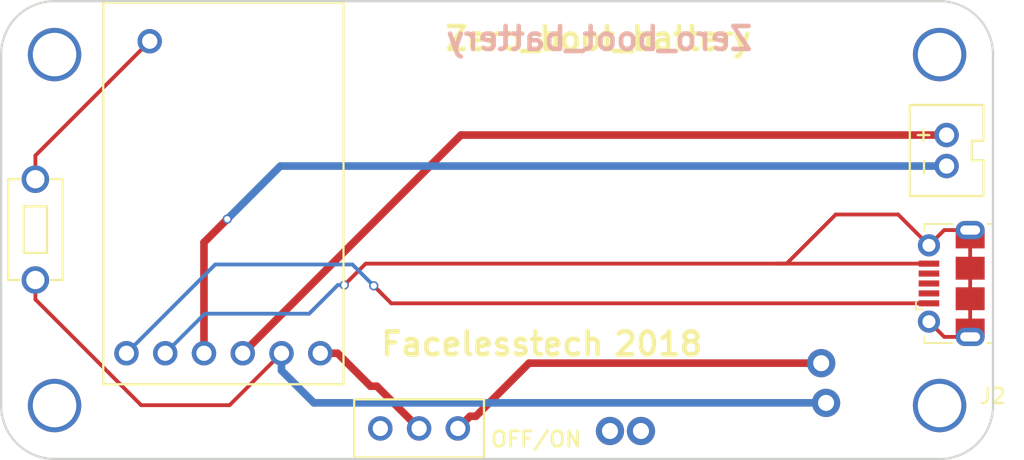
<source format=kicad_pcb>
(kicad_pcb (version 20171130) (host pcbnew 5.0.0+dfsg1-2~bpo9+1)

  (general
    (thickness 1.6)
    (drawings 13)
    (tracks 50)
    (zones 0)
    (modules 10)
    (nets 15)
  )

  (page A4)
  (layers
    (0 F.Cu signal)
    (31 B.Cu signal)
    (32 B.Adhes user)
    (33 F.Adhes user)
    (34 B.Paste user)
    (35 F.Paste user)
    (36 B.SilkS user)
    (37 F.SilkS user)
    (38 B.Mask user)
    (39 F.Mask user)
    (40 Dwgs.User user)
    (41 Cmts.User user)
    (42 Eco1.User user)
    (43 Eco2.User user)
    (44 Edge.Cuts user)
    (45 Margin user)
    (46 B.CrtYd user)
    (47 F.CrtYd user)
    (48 B.Fab user)
    (49 F.Fab user)
  )

  (setup
    (last_trace_width 0.25)
    (user_trace_width 0.5)
    (trace_clearance 0.2)
    (zone_clearance 0.508)
    (zone_45_only no)
    (trace_min 0.2)
    (segment_width 0.2)
    (edge_width 0.15)
    (via_size 0.6)
    (via_drill 0.4)
    (via_min_size 0.4)
    (via_min_drill 0.3)
    (uvia_size 0.3)
    (uvia_drill 0.1)
    (uvias_allowed no)
    (uvia_min_size 0.2)
    (uvia_min_drill 0.1)
    (pcb_text_width 0.3)
    (pcb_text_size 1.5 1.5)
    (mod_edge_width 0.15)
    (mod_text_size 1 1)
    (mod_text_width 0.15)
    (pad_size 1.524 1.524)
    (pad_drill 0.762)
    (pad_to_mask_clearance 0.2)
    (aux_axis_origin 0 0)
    (visible_elements FFFFFF7F)
    (pcbplotparams
      (layerselection 0x010f0_ffffffff)
      (usegerberextensions false)
      (usegerberattributes false)
      (usegerberadvancedattributes false)
      (creategerberjobfile false)
      (excludeedgelayer true)
      (linewidth 0.100000)
      (plotframeref false)
      (viasonmask false)
      (mode 1)
      (useauxorigin false)
      (hpglpennumber 1)
      (hpglpenspeed 20)
      (hpglpendiameter 15.000000)
      (psnegative false)
      (psa4output false)
      (plotreference true)
      (plotvalue true)
      (plotinvisibletext false)
      (padsonsilk false)
      (subtractmaskfromsilk false)
      (outputformat 1)
      (mirror false)
      (drillshape 0)
      (scaleselection 1)
      (outputdirectory "gerbers/"))
  )

  (net 0 "")
  (net 1 "Net-(J1-Pad2)")
  (net 2 "Net-(J1-Pad1)")
  (net 3 "Net-(J1-Pad5)")
  (net 4 "Net-(J1-Pad4)")
  (net 5 "Net-(J1-Pad3)")
  (net 6 "Net-(SW1-Pad2)")
  (net 7 "Net-(SW1-Pad3)")
  (net 8 "Net-(J2-Pad1)")
  (net 9 "Net-(J2-Pad4)")
  (net 10 "Net-(SW2-Pad2)")
  (net 11 "Net-(J2-Pad3)")
  (net 12 "Net-(J2-Pad2)")
  (net 13 "Net-(U1-Pad3)")
  (net 14 "Net-(U1-Pad4)")

  (net_class Default "This is the default net class."
    (clearance 0.2)
    (trace_width 0.25)
    (via_dia 0.6)
    (via_drill 0.4)
    (uvia_dia 0.3)
    (uvia_drill 0.1)
    (add_net "Net-(J1-Pad1)")
    (add_net "Net-(J1-Pad2)")
    (add_net "Net-(J1-Pad3)")
    (add_net "Net-(J1-Pad4)")
    (add_net "Net-(J1-Pad5)")
    (add_net "Net-(J2-Pad1)")
    (add_net "Net-(J2-Pad2)")
    (add_net "Net-(J2-Pad3)")
    (add_net "Net-(J2-Pad4)")
    (add_net "Net-(SW1-Pad2)")
    (add_net "Net-(SW1-Pad3)")
    (add_net "Net-(SW2-Pad2)")
    (add_net "Net-(U1-Pad3)")
    (add_net "Net-(U1-Pad4)")
  )

  (net_class VCC ""
    (clearance 0.2)
    (trace_width 0.5)
    (via_dia 0.6)
    (via_drill 0.4)
    (uvia_dia 0.3)
    (uvia_drill 0.1)
  )

  (module battery_connector_custom:jst_2pin_custom (layer F.Cu) (tedit 5BB5C391) (tstamp 5BC20586)
    (at 183.1594 91.3892 90)
    (path /5BB5CD4B)
    (fp_text reference U2 (at 0 3.429 90) (layer F.SilkS) hide
      (effects (font (size 1 1) (thickness 0.15)))
    )
    (fp_text value battery_custom (at 0 -3.4925 90) (layer F.Fab) hide
      (effects (font (size 1 1) (thickness 0.15)))
    )
    (fp_line (start -2.9845 0) (end -2.9845 -2.413) (layer F.SilkS) (width 0.15))
    (fp_line (start -2.9845 -2.413) (end 2.9845 -2.413) (layer F.SilkS) (width 0.15))
    (fp_line (start 2.9845 -2.413) (end 2.9845 2.413) (layer F.SilkS) (width 0.15))
    (fp_line (start -2.9845 2.413) (end -2.9845 0) (layer F.SilkS) (width 0.15))
    (fp_text user + (at 1.016 -1.5875 90) (layer F.SilkS)
      (effects (font (size 1 1) (thickness 0.15)))
    )
    (fp_line (start -0.635 2.413) (end -0.635 1.651) (layer F.SilkS) (width 0.15))
    (fp_line (start -0.635 1.651) (end 0.635 1.651) (layer F.SilkS) (width 0.15))
    (fp_line (start 0.635 1.651) (end 0.635 2.413) (layer F.SilkS) (width 0.15))
    (fp_line (start 2.9845 2.413) (end 0.635 2.413) (layer F.SilkS) (width 0.15))
    (fp_line (start -0.635 2.413) (end -2.9845 2.413) (layer F.SilkS) (width 0.15))
    (fp_text user _ (at -1.0795 -2.032 90) (layer F.SilkS)
      (effects (font (size 1 1) (thickness 0.15)))
    )
    (pad 1 thru_hole circle (at -1.016 0 90) (size 1.6 1.6) (drill 1) (layers *.Cu *.Mask)
      (net 13 "Net-(U1-Pad3)"))
    (pad 2 thru_hole circle (at 1.016 0 90) (size 1.6 1.6) (drill 1) (layers *.Cu *.Mask)
      (net 14 "Net-(U1-Pad4)"))
  )

  (module buttons_custom:3_pin_switch_custom (layer F.Cu) (tedit 5BB5C075) (tstamp 5B968277)
    (at 148.59 109.601 180)
    (path /5B967B75)
    (fp_text reference SW1 (at 0 3.683 180) (layer F.SilkS) hide
      (effects (font (size 1 1) (thickness 0.15)))
    )
    (fp_text value SWITCH_INV (at 0 -3.4925 180) (layer F.Fab) hide
      (effects (font (size 1 1) (thickness 0.15)))
    )
    (fp_line (start -4.2545 -1.905) (end -4.2545 1.905) (layer F.SilkS) (width 0.15))
    (fp_line (start -4.2545 1.905) (end 4.2545 1.905) (layer F.SilkS) (width 0.15))
    (fp_line (start 4.2545 1.905) (end 4.2545 -1.905) (layer F.SilkS) (width 0.15))
    (fp_line (start 4.2545 -1.905) (end -4.2545 -1.905) (layer F.SilkS) (width 0.15))
    (pad 1 thru_hole circle (at -2.54 0 180) (size 1.6 1.6) (drill 1) (layers *.Cu *.Mask)
      (net 8 "Net-(J2-Pad1)"))
    (pad 2 thru_hole circle (at 0 0 180) (size 1.6 1.6) (drill 1) (layers *.Cu *.Mask)
      (net 6 "Net-(SW1-Pad2)"))
    (pad 3 thru_hole circle (at 2.54 0 180) (size 1.6 1.6) (drill 1) (layers *.Cu *.Mask)
      (net 7 "Net-(SW1-Pad3)"))
  )

  (module raspberry_pi_mount_hole_m2:raspberry_pi_mount_hole_m2.5 (layer F.Cu) (tedit 5A886229) (tstamp 5A8BB234)
    (at 124.7 85.1)
    (fp_text reference REF** (at 0 5.08) (layer F.SilkS) hide
      (effects (font (size 1 1) (thickness 0.15)))
    )
    (fp_text value raspberry_pi_mount_hole_m2.5 (at 0 -4.064) (layer F.Fab) hide
      (effects (font (size 1 1) (thickness 0.15)))
    )
    (pad 1 thru_hole circle (at 0 0) (size 3.5 3.5) (drill 2.85) (layers *.Cu *.Mask))
  )

  (module raspberry_pi_mount_hole_m2:raspberry_pi_mount_hole_m2.5 (layer F.Cu) (tedit 5A8861E3) (tstamp 5A8BB247)
    (at 124.7 108.1)
    (fp_text reference REF** (at 0 5.08) (layer F.SilkS) hide
      (effects (font (size 1 1) (thickness 0.15)))
    )
    (fp_text value raspberry_pi_mount_hole_m2.5 (at 0 -4.064) (layer F.Fab) hide
      (effects (font (size 1 1) (thickness 0.15)))
    )
    (pad 1 thru_hole circle (at 0 0) (size 3.5 3.5) (drill 2.85) (layers *.Cu *.Mask))
  )

  (module raspberry_pi_mount_hole_m2:raspberry_pi_mount_hole_m2.5 (layer F.Cu) (tedit 5A886212) (tstamp 5A8BB250)
    (at 182.7 108.1)
    (fp_text reference REF** (at 0 5.08) (layer F.SilkS) hide
      (effects (font (size 1 1) (thickness 0.15)))
    )
    (fp_text value raspberry_pi_mount_hole_m2.5 (at 0 -4.064) (layer F.Fab) hide
      (effects (font (size 1 1) (thickness 0.15)))
    )
    (pad 1 thru_hole circle (at 0 0) (size 3.5 3.5) (drill 2.85) (layers *.Cu *.Mask))
  )

  (module raspberry_pi_mount_hole_m2:raspberry_pi_mount_hole_m2.5 (layer F.Cu) (tedit 5A88621D) (tstamp 5A8BB259)
    (at 182.7 85.1)
    (fp_text reference REF** (at 0 5.08) (layer F.SilkS) hide
      (effects (font (size 1 1) (thickness 0.15)))
    )
    (fp_text value raspberry_pi_mount_hole_m2.5 (at 0 -4.064) (layer F.Fab) hide
      (effects (font (size 1 1) (thickness 0.15)))
    )
    (pad 1 thru_hole circle (at 0 0) (size 3.5 3.5) (drill 2.85) (layers *.Cu *.Mask))
  )

  (module Connectors_USB:USB_Micro-B_Molex-105017-0001 (layer F.Cu) (tedit 5BB5C0A0) (tstamp 5BC3048C)
    (at 184.3532 100.1014 90)
    (descr http://www.molex.com/pdm_docs/sd/1050170001_sd.pdf)
    (tags "Micro-USB SMD Typ-B")
    (path /5B924AAB)
    (attr smd)
    (fp_text reference J1 (at 0 -4 90) (layer F.SilkS) hide
      (effects (font (size 1 1) (thickness 0.15)))
    )
    (fp_text value USB_B_Micro (at 0.3 3.45 90) (layer F.Fab) hide
      (effects (font (size 1 1) (thickness 0.15)))
    )
    (fp_line (start -4.4 2.75) (end 4.4 2.75) (layer F.CrtYd) (width 0.05))
    (fp_line (start 4.4 -3.35) (end 4.4 2.75) (layer F.CrtYd) (width 0.05))
    (fp_line (start -4.4 -3.35) (end 4.4 -3.35) (layer F.CrtYd) (width 0.05))
    (fp_line (start -4.4 2.75) (end -4.4 -3.35) (layer F.CrtYd) (width 0.05))
    (fp_text user "PCB Edge" (at 0 1.8 90) (layer Dwgs.User)
      (effects (font (size 0.5 0.5) (thickness 0.08)))
    )
    (fp_line (start -3.9 -2.65) (end -3.45 -2.65) (layer F.SilkS) (width 0.12))
    (fp_line (start -3.9 -0.8) (end -3.9 -2.65) (layer F.SilkS) (width 0.12))
    (fp_line (start 3.9 1.75) (end 3.9 1.5) (layer F.SilkS) (width 0.12))
    (fp_line (start 3.75 2.5) (end 3.75 -2.5) (layer F.Fab) (width 0.1))
    (fp_line (start -3 1.801704) (end 3 1.801704) (layer F.Fab) (width 0.1))
    (fp_line (start -3.75 2.501704) (end 3.75 2.501704) (layer F.Fab) (width 0.1))
    (fp_line (start -3.75 -2.5) (end 3.75 -2.5) (layer F.Fab) (width 0.1))
    (fp_line (start -3.75 2.5) (end -3.75 -2.5) (layer F.Fab) (width 0.1))
    (fp_line (start -3.9 1.75) (end -3.9 1.5) (layer F.SilkS) (width 0.12))
    (fp_line (start 3.9 -0.8) (end 3.9 -2.65) (layer F.SilkS) (width 0.12))
    (fp_line (start 3.9 -2.65) (end 3.45 -2.65) (layer F.SilkS) (width 0.12))
    (fp_text user %R (at 0 0 90) (layer F.Fab)
      (effects (font (size 1 1) (thickness 0.15)))
    )
    (fp_line (start -1.7 -3.2) (end -1.25 -3.2) (layer F.SilkS) (width 0.12))
    (fp_line (start -1.7 -3.2) (end -1.7 -2.75) (layer F.SilkS) (width 0.12))
    (fp_line (start -1.3 -2.6) (end -1.5 -2.8) (layer F.Fab) (width 0.1))
    (fp_line (start -1.1 -2.8) (end -1.3 -2.6) (layer F.Fab) (width 0.1))
    (fp_line (start -1.5 -3.01) (end -1.1 -3.01) (layer F.Fab) (width 0.1))
    (fp_line (start -1.5 -3.01) (end -1.5 -2.8) (layer F.Fab) (width 0.1))
    (fp_line (start -1.1 -3.01) (end -1.1 -2.8) (layer F.Fab) (width 0.1))
    (pad 6 smd rect (at 1 0.35 90) (size 1.5 1.9) (layers F.Cu F.Paste F.Mask)
      (net 3 "Net-(J1-Pad5)"))
    (pad 6 thru_hole circle (at -2.5 -2.35 90) (size 1.45 1.45) (drill 0.85) (layers *.Cu *.Mask)
      (net 3 "Net-(J1-Pad5)"))
    (pad 2 smd rect (at -0.65 -2.35 90) (size 0.4 1.35) (layers F.Cu F.Paste F.Mask)
      (net 1 "Net-(J1-Pad2)"))
    (pad 1 smd rect (at -1.3 -2.35 90) (size 0.4 1.35) (layers F.Cu F.Paste F.Mask)
      (net 2 "Net-(J1-Pad1)"))
    (pad 5 smd rect (at 1.3 -2.35 90) (size 0.4 1.35) (layers F.Cu F.Paste F.Mask)
      (net 3 "Net-(J1-Pad5)"))
    (pad 4 smd rect (at 0.65 -2.35 90) (size 0.4 1.35) (layers F.Cu F.Paste F.Mask)
      (net 4 "Net-(J1-Pad4)"))
    (pad 3 smd rect (at 0 -2.35 90) (size 0.4 1.35) (layers F.Cu F.Paste F.Mask)
      (net 5 "Net-(J1-Pad3)"))
    (pad 6 thru_hole circle (at 2.5 -2.35 90) (size 1.45 1.45) (drill 0.85) (layers *.Cu *.Mask)
      (net 3 "Net-(J1-Pad5)"))
    (pad 6 smd rect (at -1 0.35 90) (size 1.5 1.9) (layers F.Cu F.Paste F.Mask)
      (net 3 "Net-(J1-Pad5)"))
    (pad 6 thru_hole oval (at -3.5 0.35 270) (size 1.2 1.9) (drill oval 0.6 1.3) (layers *.Cu *.Mask)
      (net 3 "Net-(J1-Pad5)"))
    (pad 6 thru_hole oval (at 3.5 0.35 90) (size 1.2 1.9) (drill oval 0.6 1.3) (layers *.Cu *.Mask)
      (net 3 "Net-(J1-Pad5)"))
    (pad 6 smd rect (at 2.9 0.35 90) (size 1.2 1.9) (layers F.Cu F.Mask)
      (net 3 "Net-(J1-Pad5)"))
    (pad 6 smd rect (at -2.9 0.35 90) (size 1.2 1.9) (layers F.Cu F.Mask)
      (net 3 "Net-(J1-Pad5)"))
    (model ${KISYS3DMOD}/Connectors_USB.3dshapes/USB_Micro-B_Molex-105017-0001.wrl
      (at (xyz 0 0 0))
      (scale (xyz 1 1 1))
      (rotate (xyz 0 0 0))
    )
  )

  (module buttons_custom:small_button_2pin_custom (layer F.Cu) (tedit 5BB5C063) (tstamp 5BB5BFD4)
    (at 123.444 96.5708 270)
    (path /5BAA9238)
    (fp_text reference SW2 (at -0.254 4.064 270) (layer F.SilkS) hide
      (effects (font (size 1 1) (thickness 0.15)))
    )
    (fp_text value SW_Push (at 0 -3.302 270) (layer F.Fab) hide
      (effects (font (size 1 1) (thickness 0.15) italic))
    )
    (fp_line (start -1.524 -0.762) (end -1.524 0.762) (layer F.SilkS) (width 0.15))
    (fp_line (start -1.524 0.762) (end 1.524 0.762) (layer F.SilkS) (width 0.15))
    (fp_line (start 1.524 0.762) (end 1.524 -0.762) (layer F.SilkS) (width 0.15))
    (fp_line (start 1.524 -0.762) (end -1.524 -0.762) (layer F.SilkS) (width 0.15))
    (fp_line (start -3.302 1.016) (end -3.302 1.778) (layer F.SilkS) (width 0.15))
    (fp_line (start -3.302 1.778) (end 3.302 1.778) (layer F.SilkS) (width 0.15))
    (fp_line (start 3.302 1.778) (end 3.302 1.016) (layer F.SilkS) (width 0.15))
    (fp_line (start -3.302 -1.778) (end -3.302 -1.016) (layer F.SilkS) (width 0.15))
    (fp_line (start -3.302 -1.778) (end 3.302 -1.778) (layer F.SilkS) (width 0.15))
    (fp_line (start 3.302 -1.778) (end 3.302 -1.016) (layer F.SilkS) (width 0.15))
    (pad 1 thru_hole circle (at 3.302 0 270) (size 1.8 1.8) (drill 1.2) (layers *.Cu *.Mask)
      (net 9 "Net-(J2-Pad4)"))
    (pad 2 thru_hole circle (at -3.302 0 270) (size 1.8 1.8) (drill 1.2) (layers *.Cu *.Mask)
      (net 10 "Net-(SW2-Pad2)"))
  )

  (module power_bank_boards:power_bank_black (layer F.Cu) (tedit 5BB5C070) (tstamp 5BB526A8)
    (at 135.763 104.6734)
    (path /5BB48CD2)
    (fp_text reference U1 (at 0 -6.223) (layer F.SilkS) hide
      (effects (font (size 1 1) (thickness 0.15)))
    )
    (fp_text value power_bank_black (at 0 -7.493) (layer F.Fab) hide
      (effects (font (size 1 1) (thickness 0.15)))
    )
    (fp_line (start 0 2.032) (end 7.874 2.032) (layer F.SilkS) (width 0.15))
    (fp_line (start 7.874 2.032) (end 7.874 -22.987) (layer F.SilkS) (width 0.15))
    (fp_line (start 7.874 -22.987) (end -7.874 -22.987) (layer F.SilkS) (width 0.15))
    (fp_line (start -7.874 -22.987) (end -7.874 2.032) (layer F.SilkS) (width 0.15))
    (fp_line (start -7.874 2.032) (end 0 2.032) (layer F.SilkS) (width 0.15))
    (pad 1 thru_hole circle (at -6.35 0) (size 1.6 1.6) (drill 1) (layers *.Cu *.Mask)
      (net 2 "Net-(J1-Pad1)"))
    (pad 2 thru_hole circle (at -3.81 0) (size 1.6 1.6) (drill 1) (layers *.Cu *.Mask)
      (net 3 "Net-(J1-Pad5)"))
    (pad 3 thru_hole circle (at -1.27 0) (size 1.6 1.6) (drill 1) (layers *.Cu *.Mask)
      (net 13 "Net-(U1-Pad3)"))
    (pad 4 thru_hole circle (at 1.27 0) (size 1.6 1.6) (drill 1) (layers *.Cu *.Mask)
      (net 14 "Net-(U1-Pad4)"))
    (pad 5 thru_hole circle (at 3.81 0) (size 1.6 1.6) (drill 1) (layers *.Cu *.Mask)
      (net 9 "Net-(J2-Pad4)"))
    (pad 6 thru_hole circle (at 6.35 0) (size 1.6 1.6) (drill 1) (layers *.Cu *.Mask)
      (net 6 "Net-(SW1-Pad2)"))
    (pad 7 thru_hole circle (at -4.826 -20.447) (size 1.6 1.6) (drill 1) (layers *.Cu *.Mask)
      (net 10 "Net-(SW2-Pad2)"))
  )

  (module raspberry_pi_zero_otg:raspberry_pi_zero_otg (layer F.Cu) (tedit 5BC9C05B) (tstamp 5BC9C172)
    (at 175.26 107.92714)
    (path /5BB49CD5)
    (fp_text reference J2 (at 10.922 -0.4445) (layer F.SilkS)
      (effects (font (size 1 1) (thickness 0.15)))
    )
    (fp_text value USB_A (at 10.541 -2.4765) (layer F.Fab)
      (effects (font (size 1 1) (thickness 0.15)))
    )
    (pad 4 thru_hole circle (at 0 0) (size 1.85 1.85) (drill 1.05) (layers *.Cu *.Mask)
      (net 9 "Net-(J2-Pad4)"))
    (pad 1 thru_hole circle (at -0.3175 -2.6035) (size 1.85 1.85) (drill 1.05) (layers *.Cu *.Mask)
      (net 8 "Net-(J2-Pad1)"))
    (pad 3 thru_hole circle (at -12.1285 1.8415) (size 1.85 1.85) (drill 1.05) (layers *.Cu *.Mask)
      (net 11 "Net-(J2-Pad3)"))
    (pad 2 thru_hole circle (at -14.1605 1.8415) (size 1.85 1.85) (drill 1.05) (layers *.Cu *.Mask)
      (net 12 "Net-(J2-Pad2)"))
  )

  (gr_text Zero_boot_battery (at 160.401 84.0486) (layer B.SilkS)
    (effects (font (size 1.5 1.5) (thickness 0.3)) (justify mirror))
  )
  (gr_text Zero_boot_battery (at 160.3248 84.0486) (layer F.SilkS)
    (effects (font (size 1.5 1.5) (thickness 0.3)))
  )
  (gr_text 2018 (at 164.2618 104.0638) (layer F.SilkS)
    (effects (font (size 1.5 1.5) (thickness 0.3)))
  )
  (gr_text Facelesstech (at 153.3906 104.0638) (layer F.SilkS)
    (effects (font (size 1.5 1.5) (thickness 0.3)))
  )
  (gr_text OFF/ON (at 156.2608 110.3122) (layer F.SilkS)
    (effects (font (size 1 1) (thickness 0.175)))
  )
  (gr_line (start 186.2 108.3) (end 186.2 85) (angle 90) (layer Edge.Cuts) (width 0.15))
  (gr_line (start 182.6 81.6) (end 124.8 81.6) (angle 90) (layer Edge.Cuts) (width 0.15))
  (gr_arc (start 182.7 85.1) (end 182.6 81.6) (angle 90) (layer Edge.Cuts) (width 0.15))
  (gr_line (start 121.2 108.1) (end 121.2 85) (angle 90) (layer Edge.Cuts) (width 0.15))
  (gr_line (start 182.5 111.6) (end 124.7 111.6) (angle 90) (layer Edge.Cuts) (width 0.15))
  (gr_arc (start 182.7 108.1) (end 186.2 108.3) (angle 90) (layer Edge.Cuts) (width 0.15))
  (gr_arc (start 124.7 108.1) (end 124.7 111.6) (angle 90) (layer Edge.Cuts) (width 0.15))
  (gr_arc (start 124.7 85.1) (end 121.2 85) (angle 90) (layer Edge.Cuts) (width 0.15))

  (via (at 145.6182 100.2538) (size 0.6) (drill 0.4) (layers F.Cu B.Cu) (net 2))
  (segment (start 146.7658 101.4014) (end 145.6182 100.2538) (width 0.25) (layer F.Cu) (net 2))
  (segment (start 182.0032 101.4014) (end 146.7658 101.4014) (width 0.25) (layer F.Cu) (net 2))
  (segment (start 145.6182 100.2538) (end 144.2212 98.8568) (width 0.25) (layer B.Cu) (net 2))
  (segment (start 135.2296 98.8568) (end 129.413 104.6734) (width 0.25) (layer B.Cu) (net 2))
  (segment (start 144.2212 98.8568) (end 135.2296 98.8568) (width 0.25) (layer B.Cu) (net 2))
  (segment (start 183.0032 96.6014) (end 184.7032 96.6014) (width 0.25) (layer F.Cu) (net 3))
  (segment (start 182.0032 97.6014) (end 183.0032 96.6014) (width 0.25) (layer F.Cu) (net 3))
  (segment (start 183.0032 103.6014) (end 184.7032 103.6014) (width 0.25) (layer F.Cu) (net 3))
  (segment (start 182.0032 102.6014) (end 183.0032 103.6014) (width 0.25) (layer F.Cu) (net 3))
  (segment (start 184.7032 97.2014) (end 184.7032 103.6014) (width 0.25) (layer F.Cu) (net 3))
  (via (at 143.6878 100.203) (size 0.6) (drill 0.4) (layers F.Cu B.Cu) (net 3))
  (segment (start 145.0894 98.8014) (end 143.6878 100.203) (width 0.25) (layer F.Cu) (net 3))
  (segment (start 143.263536 100.203) (end 141.383936 102.0826) (width 0.25) (layer B.Cu) (net 3))
  (segment (start 143.6878 100.203) (end 143.263536 100.203) (width 0.25) (layer B.Cu) (net 3))
  (segment (start 134.5438 102.0826) (end 131.953 104.6734) (width 0.25) (layer B.Cu) (net 3))
  (segment (start 141.383936 102.0826) (end 134.5438 102.0826) (width 0.25) (layer B.Cu) (net 3))
  (segment (start 182.0032 98.8014) (end 173.7106 98.8014) (width 0.25) (layer F.Cu) (net 3))
  (segment (start 173.7106 98.8014) (end 172.0596 98.8014) (width 0.25) (layer F.Cu) (net 3))
  (segment (start 172.0596 98.8014) (end 172.6738 98.8014) (width 0.25) (layer F.Cu) (net 3))
  (segment (start 172.0596 98.8014) (end 145.0894 98.8014) (width 0.25) (layer F.Cu) (net 3))
  (segment (start 172.6738 98.8014) (end 175.895 95.5802) (width 0.25) (layer F.Cu) (net 3))
  (segment (start 179.982 95.5802) (end 182.0032 97.6014) (width 0.25) (layer F.Cu) (net 3))
  (segment (start 175.895 95.5802) (end 179.982 95.5802) (width 0.25) (layer F.Cu) (net 3))
  (segment (start 141.6812 104.9528) (end 141.6812 104.6226) (width 0.25) (layer F.Cu) (net 6))
  (segment (start 141.6812 104.6226) (end 141.981199 104.322601) (width 0.25) (layer B.Cu) (net 6))
  (segment (start 143.24437 104.6734) (end 145.40337 106.8324) (width 0.5) (layer F.Cu) (net 6))
  (segment (start 142.113 104.6734) (end 143.24437 104.6734) (width 0.5) (layer F.Cu) (net 6))
  (segment (start 145.8214 106.8324) (end 148.59 109.601) (width 0.5) (layer F.Cu) (net 6))
  (segment (start 145.40337 106.8324) (end 145.8214 106.8324) (width 0.5) (layer F.Cu) (net 6))
  (segment (start 151.929999 108.801001) (end 152.310999 108.801001) (width 0.5) (layer F.Cu) (net 8))
  (segment (start 151.13 109.601) (end 151.929999 108.801001) (width 0.5) (layer F.Cu) (net 8))
  (segment (start 155.7909 105.3211) (end 174.9425 105.3211) (width 0.5) (layer F.Cu) (net 8))
  (segment (start 152.310999 108.801001) (end 155.7909 105.3211) (width 0.5) (layer F.Cu) (net 8))
  (segment (start 139.573 104.6734) (end 136.1694 108.077) (width 0.25) (layer F.Cu) (net 9))
  (segment (start 130.375408 108.077) (end 123.444 101.145592) (width 0.25) (layer F.Cu) (net 9))
  (segment (start 123.444 101.145592) (end 123.444 99.8728) (width 0.25) (layer F.Cu) (net 9))
  (segment (start 136.1694 108.077) (end 130.375408 108.077) (width 0.25) (layer F.Cu) (net 9))
  (segment (start 141.69283 107.9246) (end 175.26 107.9246) (width 0.5) (layer B.Cu) (net 9))
  (segment (start 139.573 105.80477) (end 141.69283 107.9246) (width 0.5) (layer B.Cu) (net 9))
  (segment (start 139.573 104.6734) (end 139.573 105.80477) (width 0.5) (layer B.Cu) (net 9))
  (segment (start 123.444 91.7194) (end 123.444 93.2688) (width 0.25) (layer F.Cu) (net 10))
  (segment (start 130.937 84.2264) (end 123.444 91.7194) (width 0.25) (layer F.Cu) (net 10))
  (via (at 136.017 95.885) (size 0.6) (drill 0.4) (layers F.Cu B.Cu) (net 13))
  (segment (start 139.4968 92.4052) (end 136.017 95.885) (width 0.5) (layer B.Cu) (net 13))
  (segment (start 183.1594 92.4052) (end 139.4968 92.4052) (width 0.5) (layer B.Cu) (net 13))
  (segment (start 134.493 97.409) (end 134.493 104.6734) (width 0.5) (layer F.Cu) (net 13))
  (segment (start 136.017 95.885) (end 134.493 97.409) (width 0.5) (layer F.Cu) (net 13))
  (segment (start 151.3332 90.3732) (end 137.033 104.6734) (width 0.5) (layer F.Cu) (net 14))
  (segment (start 183.1594 90.3732) (end 151.3332 90.3732) (width 0.5) (layer F.Cu) (net 14))

)

</source>
